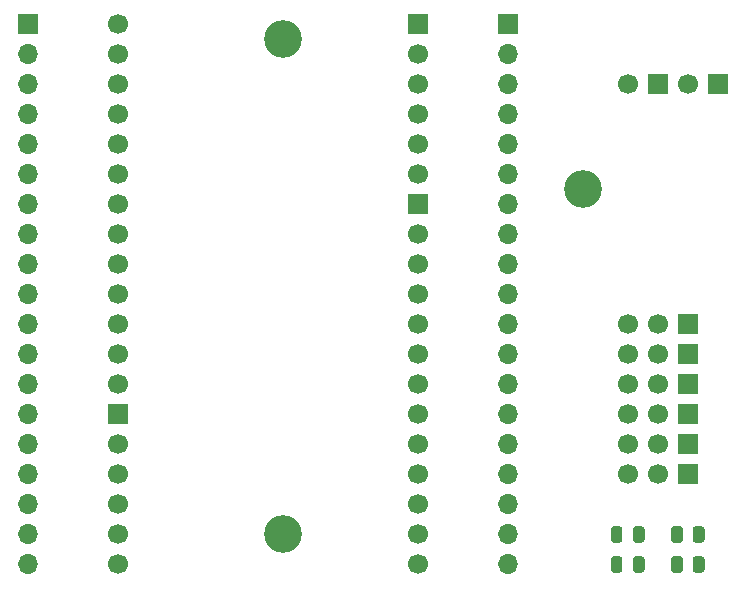
<source format=gbr>
%TF.GenerationSoftware,KiCad,Pcbnew,5.1.10-88a1d61d58~90~ubuntu20.04.1*%
%TF.CreationDate,2021-09-12T18:51:28+00:00*%
%TF.ProjectId,WifiServoBridge,57696669-5365-4727-966f-427269646765,rev?*%
%TF.SameCoordinates,Original*%
%TF.FileFunction,Soldermask,Top*%
%TF.FilePolarity,Negative*%
%FSLAX46Y46*%
G04 Gerber Fmt 4.6, Leading zero omitted, Abs format (unit mm)*
G04 Created by KiCad (PCBNEW 5.1.10-88a1d61d58~90~ubuntu20.04.1) date 2021-09-12 18:51:28*
%MOMM*%
%LPD*%
G01*
G04 APERTURE LIST*
%ADD10C,3.200000*%
%ADD11O,1.700000X1.700000*%
%ADD12R,1.700000X1.700000*%
%ADD13C,1.700000*%
G04 APERTURE END LIST*
D10*
%TO.C,REF\u002A\u002A*%
X398780000Y115570000D03*
%TD*%
%TO.C,REF\u002A\u002A*%
X373380000Y86360000D03*
%TD*%
%TO.C,REF\u002A\u002A*%
X373380000Y128270000D03*
%TD*%
D11*
%TO.C,J4*%
X392430000Y83820000D03*
X392430000Y86360000D03*
X392430000Y88900000D03*
X392430000Y91440000D03*
X392430000Y93980000D03*
X392430000Y96520000D03*
X392430000Y99060000D03*
X392430000Y101600000D03*
X392430000Y104140000D03*
X392430000Y106680000D03*
X392430000Y109220000D03*
X392430000Y111760000D03*
X392430000Y114300000D03*
X392430000Y116840000D03*
X392430000Y119380000D03*
X392430000Y121920000D03*
X392430000Y124460000D03*
X392430000Y127000000D03*
D12*
X392430000Y129540000D03*
%TD*%
D11*
%TO.C,J3*%
X351790000Y83820000D03*
X351790000Y86360000D03*
X351790000Y88900000D03*
X351790000Y91440000D03*
X351790000Y93980000D03*
X351790000Y96520000D03*
X351790000Y99060000D03*
X351790000Y101600000D03*
X351790000Y104140000D03*
X351790000Y106680000D03*
X351790000Y109220000D03*
X351790000Y111760000D03*
X351790000Y114300000D03*
X351790000Y116840000D03*
X351790000Y119380000D03*
X351790000Y121920000D03*
X351790000Y124460000D03*
X351790000Y127000000D03*
D12*
X351790000Y129540000D03*
%TD*%
%TO.C,J1*%
X410210000Y124460000D03*
D13*
X407670000Y124460000D03*
%TD*%
%TO.C,J2*%
X402590000Y124460000D03*
D12*
X405130000Y124460000D03*
%TD*%
D13*
%TO.C,J5*%
X402590000Y104140000D03*
X405130000Y104140000D03*
D12*
X407670000Y104140000D03*
%TD*%
%TO.C,J6*%
X407670000Y101600000D03*
D13*
X405130000Y101600000D03*
X402590000Y101600000D03*
%TD*%
%TO.C,J7*%
X402590000Y99060000D03*
X405130000Y99060000D03*
D12*
X407670000Y99060000D03*
%TD*%
%TO.C,J8*%
X407670000Y96520000D03*
D13*
X405130000Y96520000D03*
X402590000Y96520000D03*
%TD*%
%TO.C,J9*%
X402590000Y93980000D03*
X405130000Y93980000D03*
D12*
X407670000Y93980000D03*
%TD*%
%TO.C,J10*%
X407670000Y91440000D03*
D13*
X405130000Y91440000D03*
X402590000Y91440000D03*
%TD*%
%TO.C,U1*%
X359410000Y129540000D03*
X359410000Y127000000D03*
X359410000Y124460000D03*
X359410000Y121920000D03*
X359410000Y119380000D03*
X359410000Y116840000D03*
X359410000Y114300000D03*
X359410000Y111760000D03*
X359410000Y109220000D03*
X359410000Y106680000D03*
X359410000Y104140000D03*
X359410000Y101600000D03*
X359410000Y99060000D03*
D12*
X359410000Y96520000D03*
D13*
X359410000Y93980000D03*
X359410000Y91440000D03*
X359410000Y88900000D03*
X359410000Y86360000D03*
X359410000Y83820000D03*
D12*
X384810000Y129540000D03*
D13*
X384810000Y127000000D03*
X384810000Y124460000D03*
X384810000Y121920000D03*
X384810000Y119380000D03*
X384810000Y116840000D03*
D12*
X384810000Y114300000D03*
D13*
X384810000Y111760000D03*
X384810000Y109220000D03*
X384810000Y106680000D03*
X384810000Y104140000D03*
X384810000Y101600000D03*
X384810000Y99060000D03*
X384810000Y96520000D03*
X384810000Y93980000D03*
X384810000Y91440000D03*
X384810000Y88900000D03*
X384810000Y86360000D03*
X384810000Y83820000D03*
%TD*%
%TO.C,D1*%
G36*
G01*
X404015000Y86816250D02*
X404015000Y85903750D01*
G75*
G02*
X403771250Y85660000I-243750J0D01*
G01*
X403283750Y85660000D01*
G75*
G02*
X403040000Y85903750I0J243750D01*
G01*
X403040000Y86816250D01*
G75*
G02*
X403283750Y87060000I243750J0D01*
G01*
X403771250Y87060000D01*
G75*
G02*
X404015000Y86816250I0J-243750D01*
G01*
G37*
G36*
G01*
X402140000Y86816250D02*
X402140000Y85903750D01*
G75*
G02*
X401896250Y85660000I-243750J0D01*
G01*
X401408750Y85660000D01*
G75*
G02*
X401165000Y85903750I0J243750D01*
G01*
X401165000Y86816250D01*
G75*
G02*
X401408750Y87060000I243750J0D01*
G01*
X401896250Y87060000D01*
G75*
G02*
X402140000Y86816250I0J-243750D01*
G01*
G37*
%TD*%
%TO.C,D2*%
G36*
G01*
X402140000Y84276250D02*
X402140000Y83363750D01*
G75*
G02*
X401896250Y83120000I-243750J0D01*
G01*
X401408750Y83120000D01*
G75*
G02*
X401165000Y83363750I0J243750D01*
G01*
X401165000Y84276250D01*
G75*
G02*
X401408750Y84520000I243750J0D01*
G01*
X401896250Y84520000D01*
G75*
G02*
X402140000Y84276250I0J-243750D01*
G01*
G37*
G36*
G01*
X404015000Y84276250D02*
X404015000Y83363750D01*
G75*
G02*
X403771250Y83120000I-243750J0D01*
G01*
X403283750Y83120000D01*
G75*
G02*
X403040000Y83363750I0J243750D01*
G01*
X403040000Y84276250D01*
G75*
G02*
X403283750Y84520000I243750J0D01*
G01*
X403771250Y84520000D01*
G75*
G02*
X404015000Y84276250I0J-243750D01*
G01*
G37*
%TD*%
%TO.C,R1*%
G36*
G01*
X409095000Y86810002D02*
X409095000Y85909998D01*
G75*
G02*
X408845002Y85660000I-249998J0D01*
G01*
X408319998Y85660000D01*
G75*
G02*
X408070000Y85909998I0J249998D01*
G01*
X408070000Y86810002D01*
G75*
G02*
X408319998Y87060000I249998J0D01*
G01*
X408845002Y87060000D01*
G75*
G02*
X409095000Y86810002I0J-249998D01*
G01*
G37*
G36*
G01*
X407270000Y86810002D02*
X407270000Y85909998D01*
G75*
G02*
X407020002Y85660000I-249998J0D01*
G01*
X406494998Y85660000D01*
G75*
G02*
X406245000Y85909998I0J249998D01*
G01*
X406245000Y86810002D01*
G75*
G02*
X406494998Y87060000I249998J0D01*
G01*
X407020002Y87060000D01*
G75*
G02*
X407270000Y86810002I0J-249998D01*
G01*
G37*
%TD*%
%TO.C,R2*%
G36*
G01*
X407270000Y84270002D02*
X407270000Y83369998D01*
G75*
G02*
X407020002Y83120000I-249998J0D01*
G01*
X406494998Y83120000D01*
G75*
G02*
X406245000Y83369998I0J249998D01*
G01*
X406245000Y84270002D01*
G75*
G02*
X406494998Y84520000I249998J0D01*
G01*
X407020002Y84520000D01*
G75*
G02*
X407270000Y84270002I0J-249998D01*
G01*
G37*
G36*
G01*
X409095000Y84270002D02*
X409095000Y83369998D01*
G75*
G02*
X408845002Y83120000I-249998J0D01*
G01*
X408319998Y83120000D01*
G75*
G02*
X408070000Y83369998I0J249998D01*
G01*
X408070000Y84270002D01*
G75*
G02*
X408319998Y84520000I249998J0D01*
G01*
X408845002Y84520000D01*
G75*
G02*
X409095000Y84270002I0J-249998D01*
G01*
G37*
%TD*%
M02*

</source>
